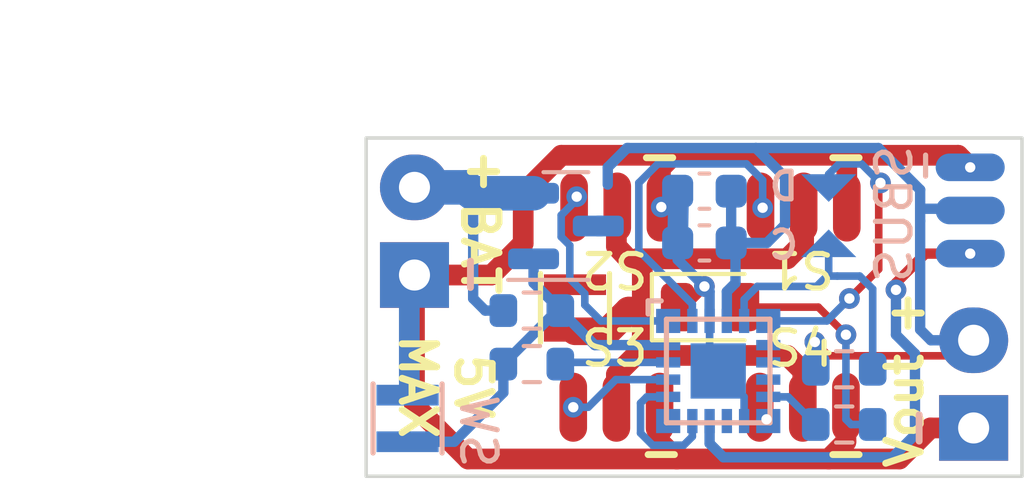
<source format=kicad_pcb>
(kicad_pcb (version 20211014) (generator pcbnew)
  (layers (0 "F.Cu" signal) (31 "B.Cu" signal) (34 "B.Paste" user) (35 "F.Paste" user) (36 "B.SilkS" user "B.Silkscreen") (37 "F.SilkS" user "F.Silkscreen") (38 "B.Mask" user) (39 "F.Mask" user) (44 "Edge.Cuts" user))
  (net 0 "")
  (net 1 "VBUS")
  (net 2 "GND")
  (net 3 "Net-(D1-Pad2)")
  (net 4 "/PWM1")
  (net 5 "/PWM2")
  (net 6 "/PWM3")
  (net 7 "/SBUS")
  (net 8 "+BATT")
  (net 9 "/MOSFET")
  (net 10 "/LED")
  (net 11 "/PWM4")
  (net 14 "/C2D")
  (net 15 "/C2CK")
  (net 16 "Net-(U1-Pad15)")
  (net 20 "/BUT_SENS")
  (net 21 "VDD")
  (footprint "KiCadCustomLibs:XFL2006-inductor" (layer "F.Cu") (at 128.05 120.925 -90)
    (fp_text reference "J9" hide)
    (fp_text value "DC/DC" hide)
    (fp_line (start 1 -1) (end -1 -1) (layer "F.SilkS") (width 0.15))
    (fp_line (start -1 1) (end 1 1) (layer "F.SilkS") (width 0.15))
    (pad "1" smd rect locked (at -0.675 0 270) (size 0.6 1.8) (layers "F.Cu" "F.Paste" "F.Mask") (net 21 "VDD"))
    (pad "2" smd rect locked (at 0.675 0 270) (size 0.6 1.8) (layers "F.Cu" "F.Paste" "F.Mask") (net 1 "VBUS"))
  )
  (footprint "KiCadCustomLibs:Conn_1x02_2.54_0.9mm" (layer "F.Cu") (at 139.6 124.4 180)
    (fp_text reference "J11" hide)
    (fp_text value "PWR" hide)
    (pad "1" thru_hole rect locked (at 0 0 180) (size 2 1.9) (drill 0.9) (layers *.Cu *.Mask) (net 2 "GND"))
    (pad "2" thru_hole oval locked (at 0 2.54 180) (size 2 1.9) (drill 0.9) (layers *.Cu *.Mask) (net 1 "VBUS"))
  )
  (footprint "KiCadCustomLibs:Pads_prog_3pin1.25mm" (layer "F.Cu") (at 134.675 123.8 180)
    (fp_text reference "J4" hide)
    (fp_text value "S4" (at 0.075 1.7) (layer "F.SilkS"))
    (pad "1" smd oval locked (at -1.225 0 180) (size 0.8 2) (layers "F.Cu" "F.Paste" "F.Mask") (net 2 "GND"))
    (pad "2" smd oval locked (at 0.025 0 180) (size 0.8 2) (layers "F.Cu" "F.Paste" "F.Mask") (net 1 "VBUS"))
    (pad "3" smd oval locked (at 1.275 0 180) (size 0.8 2) (layers "F.Cu" "F.Paste" "F.Mask") (net 11 "/PWM4"))
  )
  (footprint "KiCadCustomLibs:Conn_1x02_2.54_0.9mm" (layer "F.Cu") (at 123.4 119.97 180)
    (fp_text reference "J8" hide)
    (fp_text value "BAT" hide)
    (pad "1" thru_hole rect locked (at 0 0 180) (size 2 1.9) (drill 0.9) (layers *.Cu *.Mask) (net 2 "GND"))
    (pad "2" thru_hole oval locked (at 0 2.54 180) (size 2 1.9) (drill 0.9) (layers *.Cu *.Mask) (net 8 "+BATT"))
  )
  (footprint "LED_SMD:LED_0805_2012Metric" (layer "F.Cu") (at 131.9625 120.9)
    (fp_text reference "D1" hide)
    (fp_text value "LED" hide)
    (fp_line (start 1 -0.96) (end -1.685 -0.96) (layer "F.SilkS") (width 0.12))
    (fp_line (start -1.685 0.96) (end 1 0.96) (layer "F.SilkS") (width 0.12))
    (fp_line (start -1.685 -0.96) (end -1.685 0.96) (layer "F.SilkS") (width 0.12))
    (pad "1" smd roundrect (at -0.9375 0) (size 0.975 1.4) (layers "F.Cu" "F.Paste" "F.Mask") (net 2 "GND"))
    (pad "2" smd roundrect (at 0.9375 0) (size 0.975 1.4) (layers "F.Cu" "F.Paste" "F.Mask") (net 3 "Net-(D1-Pad2)"))
  )
  (footprint "KiCadCustomLibs:Pads_prog_3pin1.25mm" (layer "F.Cu") (at 134.7 118 180)
    (fp_text reference "J2" hide)
    (fp_text value "S1" (at 0.1 -1.8 180 unlocked) (layer "F.SilkS"))
    (pad "1" smd oval locked (at -1.225 0 180) (size 0.8 2) (layers "F.Cu" "F.Paste" "F.Mask") (net 2 "GND"))
    (pad "2" smd oval locked (at 0.025 0 180) (size 0.8 2) (layers "F.Cu" "F.Paste" "F.Mask") (net 1 "VBUS"))
    (pad "3" smd oval locked (at 1.275 0 180) (size 0.8 2) (layers "F.Cu" "F.Paste" "F.Mask") (net 4 "/PWM1"))
  )
  (footprint "KiCadCustomLibs:Pads_prog_3pin1.25mm" (layer "F.Cu") (at 129.275 123.8 180)
    (fp_text reference "J3" hide)
    (fp_text value "S3" (at 0.075 1.7 180) (layer "F.SilkS"))
    (pad "1" smd oval locked (at -1.225 0 180) (size 0.8 2) (layers "F.Cu" "F.Paste" "F.Mask") (net 2 "GND"))
    (pad "2" smd oval locked (at 0.025 0 180) (size 0.8 2) (layers "F.Cu" "F.Paste" "F.Mask") (net 1 "VBUS"))
    (pad "3" smd oval locked (at 1.275 0 180) (size 0.8 2) (layers "F.Cu" "F.Paste" "F.Mask") (net 6 "/PWM3"))
  )
  (footprint "KiCadCustomLibs:Pads_prog_3pin1.25mm" (layer "F.Cu") (at 129.3 118 180)
    (fp_text reference "J1" hide)
    (fp_text value "S2" (at 0.1 -1.8 180 unlocked) (layer "F.SilkS"))
    (pad "1" smd oval locked (at -1.225 0 180) (size 0.8 2) (layers "F.Cu" "F.Paste" "F.Mask") (net 2 "GND"))
    (pad "2" smd oval locked (at 0.025 0 180) (size 0.8 2) (layers "F.Cu" "F.Paste" "F.Mask") (net 1 "VBUS"))
    (pad "3" smd oval locked (at 1.275 0 180) (size 0.8 2) (layers "F.Cu" "F.Paste" "F.Mask") (net 5 "/PWM2"))
  )
  (footprint "Package_TO_SOT_SMD:SOT-23" (layer "B.Cu") (at 127.7875 118.55)
    (fp_text reference "Q1" hide)
    (fp_text value "AO3415" hide)
    (fp_line (start 0 -1.56) (end 0.65 -1.56) (layer "B.SilkS") (width 0.12))
    (fp_line (start 0 1.56) (end -1.675 1.56) (layer "B.SilkS") (width 0.12))
    (fp_line (start 0 1.56) (end 0.65 1.56) (layer "B.SilkS") (width 0.12))
    (fp_line (start 0 -1.56) (end -0.65 -1.56) (layer "B.SilkS") (width 0.12))
    (pad "1" smd roundrect (at -0.9375 0.95) (size 1.475 0.6) (layers "B.Cu" "B.Paste" "B.Mask") (net 20 "/BUT_SENS"))
    (pad "2" smd roundrect (at -0.9375 -0.95) (size 1.475 0.6) (layers "B.Cu" "B.Paste" "B.Mask") (net 8 "+BATT"))
    (pad "3" smd roundrect (at 0.9375 0) (size 1.475 0.6) (layers "B.Cu" "B.Paste" "B.Mask") (net 21 "VDD"))
  )
  (footprint "Resistor_SMD:R_0603_1608Metric" (layer "B.Cu") (at 126.8 122.55)
    (fp_text reference "R3" hide)
    (fp_text value "4.7K" hide)
    (fp_line (start -0.237258 -0.5225) (end 0.237258 -0.5225) (layer "B.SilkS") (width 0.12))
    (fp_line (start -0.237258 0.5225) (end 0.237258 0.5225) (layer "B.SilkS") (width 0.12))
    (pad "1" smd roundrect (at -0.825 0) (size 0.8 0.95) (layers "B.Cu" "B.Paste" "B.Mask") (net 20 "/BUT_SENS"))
    (pad "2" smd roundrect (at 0.825 0) (size 0.8 0.95) (layers "B.Cu" "B.Paste" "B.Mask") (net 9 "/MOSFET"))
  )
  (footprint "Capacitor_SMD:C_0603_1608Metric" (layer "B.Cu") (at 131.8 119.04 180)
    (fp_text reference "C2" hide)
    (fp_text value "10uf" hide)
    (fp_line (start -0.14058 0.51) (end 0.14058 0.51) (layer "B.SilkS") (width 0.12))
    (fp_line (start -0.14058 -0.51) (end 0.14058 -0.51) (layer "B.SilkS") (width 0.12))
    (pad "1" smd roundrect (at -0.775 0 180) (size 0.9 0.95) (layers "B.Cu" "B.Paste" "B.Mask") (net 1 "VBUS"))
    (pad "2" smd roundrect (at 0.775 0 180) (size 0.9 0.95) (layers "B.Cu" "B.Paste" "B.Mask") (net 2 "GND"))
  )
  (footprint "KiCadCustomLibs:RC_PAD_TRIANGLE" (layer "B.Cu") (at 135.4 119.05 180)
    (fp_text reference "J6" hide)
    (fp_text value "C2CK" hide)
    (pad "1" smd trapezoid locked (at 0 0 180) (size 0.8 0.8) (rect_delta 0 -0.799) (layers "B.Cu" "B.Paste" "B.Mask") (net 15 "/C2CK"))
  )
  (footprint "KiCadCustomLibs:XFL2006-inductor" (layer "B.Cu") (at 123.2 124.125 -90)
    (fp_text reference "J10" hide)
    (fp_text value "SW" (at 0.375 -2.05 -90 unlocked) (layer "B.SilkS") (effects (justify mirror)))
    (fp_line (start -1 -1) (end 1 -1) (layer "B.SilkS") (width 0.15))
    (fp_line (start 1 1) (end -1 1) (layer "B.SilkS") (width 0.15))
    (pad "1" smd rect locked (at -0.675 0 270) (size 0.6 1.8) (layers "B.Cu" "B.Paste" "B.Mask") (net 2 "GND"))
    (pad "2" smd rect locked (at 0.675 0 270) (size 0.6 1.8) (layers "B.Cu" "B.Paste" "B.Mask") (net 20 "/BUT_SENS"))
  )
  (footprint "KiCadCustomLibs:QFN20" (layer "B.Cu") (at 132.2 122.75)
    (fp_text reference "U1" hide)
    (fp_text value "EFM8BB51" hide)
    (fp_line (start -2.032 -2.032) (end -2.032 -1.651) (layer "B.SilkS") (width 0.15))
    (fp_line (start -1.651 -2.032) (end -2.032 -2.032) (layer "B.SilkS") (width 0.15))
    (fp_line (start 1.5 -1.5) (end 1.5 1.5) (layer "B.SilkS") (width 0.15))
    (fp_line (start -1.5 -1.5) (end 1.5 -1.5) (layer "B.SilkS") (width 0.15))
    (fp_line (start -1.5 1.5) (end -1.5 -1.5) (layer "B.SilkS") (width 0.15))
    (fp_line (start 1.5 1.5) (end -1.5 1.5) (layer "B.SilkS") (width 0.15))
    (pad "1" smd rect locked (at -1.45 -1.45) (size 0.7 0.7) (layers "B.Cu" "B.Paste" "B.Mask") (net 5 "/PWM2"))
    (pad "2" smd rect locked (at -0.75 -1.45) (size 0.3 0.7) (layers "B.Cu" "B.Paste" "B.Mask") (net 4 "/PWM1"))
    (pad "3" smd rect locked (at -0.25 -1.45) (size 0.3 0.7) (layers "B.Cu" "B.Paste" "B.Mask") (net 2 "GND"))
    (pad "4" smd rect locked (at 0.25 -1.45) (size 0.3 0.7) (layers "B.Cu" "B.Paste" "B.Mask") (net 1 "VBUS"))
    (pad "5" smd rect locked (at 0.75 -1.45) (size 0.3 0.7) (layers "B.Cu" "B.Paste" "B.Mask") (net 15 "/C2CK"))
    (pad "6" smd rect locked (at 1.45 -1.45) (size 0.7 0.7) (layers "B.Cu" "B.Paste" "B.Mask") (net 14 "/C2D"))
    (pad "7" smd rect locked (at 1.45 -0.75 270) (size 0.3 0.7) (layers "B.Cu" "B.Paste" "B.Mask"))
    (pad "8" smd rect locked (at 1.45 -0.25 270) (size 0.3 0.7) (layers "B.Cu" "B.Paste" "B.Mask"))
    (pad "9" smd rect locked (at 1.45 0.25 270) (size 0.3 0.7) (layers "B.Cu" "B.Paste" "B.Mask"))
    (pad "10" smd rect locked (at 1.45 0.75 270) (size 0.3 0.7) (layers "B.Cu" "B.Paste" "B.Mask") (net 10 "/LED"))
    (pad "11" smd rect locked (at 1.45 1.45) (size 0.7 0.7) (layers "B.Cu" "B.Paste" "B.Mask") (net 11 "/PWM4"))
    (pad "12" smd rect locked (at 0.75 1.45) (size 0.3 0.7) (layers "B.Cu" "B.Paste" "B.Mask") (net 2 "GND"))
    (pad "13" smd rect locked (at 0.25 1.45) (size 0.3 0.7) (layers "B.Cu" "B.Paste" "B.Mask"))
    (pad "14" smd rect locked (at -0.25 1.45) (size 0.3 0.7) (layers "B.Cu" "B.Paste" "B.Mask") (net 7 "/SBUS"))
    (pad "15" smd rect locked (at -0.75 1.45) (size 0.3 0.7) (layers "B.Cu" "B.Paste" "B.Mask") (net 16 "Net-(U1-Pad15)"))
    (pad "16" smd rect locked (at -1.45 1.45) (size 0.7 0.7) (layers "B.Cu" "B.Paste" "B.Mask"))
    (pad "17" smd rect locked (at -1.45 0.75 270) (size 0.3 0.7) (layers "B.Cu" "B.Paste" "B.Mask") (net 16 "Net-(U1-Pad15)"))
    (pad "18" smd rect locked (at -1.45 0.25 270) (size 0.3 0.7) (layers "B.Cu" "B.Paste" "B.Mask") (net 6 "/PWM3"))
    (pad "19" smd rect locked (at -1.45 -0.25 270) (size 0.3 0.7) (layers "B.Cu" "B.Paste" "B.Mask") (net 9 "/MOSFET"))
    (pad "20" smd rect locked (at -1.45 -0.75 270) (size 0.3 0.7) (layers "B.Cu" "B.Paste" "B.Mask") (net 20 "/BUT_SENS"))
    (pad "21" smd rect locked (at 0 0) (size 1.6 1.6) (layers "B.Cu" "B.Paste" "B.Mask") (net 2 "GND"))
  )
  (footprint "KiCadCustomLibs:Pads_prog_3pin1.25mm" (layer "B.Cu") (at 139.5 118.075 -90)
    (fp_text reference "J5" hide)
    (fp_text value "SBUS" (at 0.125 2.2 -90) (layer "B.SilkS") (effects (justify mirror)))
    (pad "1" smd oval locked (at -1.225 0 270) (size 0.8 2) (layers "B.Cu" "B.Paste" "B.Mask") (net 2 "GND"))
    (pad "2" smd oval locked (at 0.025 0 270) (size 0.8 2) (layers "B.Cu" "B.Paste" "B.Mask") (net 1 "VBUS"))
    (pad "3" smd oval locked (at 1.275 0 270) (size 0.8 2) (layers "B.Cu" "B.Paste" "B.Mask") (net 7 "/SBUS"))
  )
  (footprint "Resistor_SMD:R_0603_1608Metric" (layer "B.Cu") (at 135.85 122.7)
    (fp_text reference "R1" hide)
    (fp_text value "4.7K" hide)
    (fp_line (start -0.237258 -0.5225) (end 0.237258 -0.5225) (layer "B.SilkS") (width 0.12))
    (fp_line (start -0.237258 0.5225) (end 0.237258 0.5225) (layer "B.SilkS") (width 0.12))
    (pad "1" smd roundrect (at -0.825 0) (size 0.8 0.95) (layers "B.Cu" "B.Paste" "B.Mask") (net 1 "VBUS"))
    (pad "2" smd roundrect (at 0.825 0) (size 0.8 0.95) (layers "B.Cu" "B.Paste" "B.Mask") (net 15 "/C2CK"))
  )
  (footprint "Resistor_SMD:R_0603_1608Metric" (layer "B.Cu") (at 135.85 124.3)
    (fp_text reference "R4" hide)
    (fp_text value "560" hide)
    (fp_line (start -0.237258 -0.5225) (end 0.237258 -0.5225) (layer "B.SilkS") (width 0.12))
    (fp_line (start -0.237258 0.5225) (end 0.237258 0.5225) (layer "B.SilkS") (width 0.12))
    (pad "1" smd roundrect (at -0.825 0) (size 0.8 0.95) (layers "B.Cu" "B.Paste" "B.Mask") (net 10 "/LED"))
    (pad "2" smd roundrect (at 0.825 0) (size 0.8 0.95) (layers "B.Cu" "B.Paste" "B.Mask") (net 3 "Net-(D1-Pad2)"))
  )
  (footprint "Capacitor_SMD:C_0603_1608Metric" (layer "B.Cu") (at 131.8 117.54 180)
    (fp_text reference "C1" hide)
    (fp_text value "100n" hide)
    (fp_line (start -0.14058 0.51) (end 0.14058 0.51) (layer "B.SilkS") (width 0.12))
    (fp_line (start -0.14058 -0.51) (end 0.14058 -0.51) (layer "B.SilkS") (width 0.12))
    (pad "1" smd roundrect (at -0.775 0 180) (size 0.9 0.95) (layers "B.Cu" "B.Paste" "B.Mask") (net 1 "VBUS"))
    (pad "2" smd roundrect (at 0.775 0 180) (size 0.9 0.95) (layers "B.Cu" "B.Paste" "B.Mask") (net 2 "GND"))
  )
  (footprint "KiCadCustomLibs:RC_PAD_TRIANGLE" (layer "B.Cu") (at 135.4 117.45)
    (fp_text reference "J7" hide)
    (fp_text value "C2D" hide)
    (pad "1" smd trapezoid locked (at 0 0) (size 0.8 0.8) (rect_delta 0 -0.799) (layers "B.Cu" "B.Paste" "B.Mask") (net 14 "/C2D"))
  )
  (footprint "Resistor_SMD:R_0603_1608Metric" (layer "B.Cu") (at 126.8 121)
    (fp_text reference "R2" hide)
    (fp_text value "100K" hide)
    (fp_line (start -0.237258 0.5225) (end 0.237258 0.5225) (layer "B.SilkS") (width 0.12))
    (fp_line (start -0.237258 -0.5225) (end 0.237258 -0.5225) (layer "B.SilkS") (width 0.12))
    (pad "1" smd roundrect (at -0.825 0) (size 0.8 0.95) (layers "B.Cu" "B.Paste" "B.Mask") (net 8 "+BATT"))
    (pad "2" smd roundrect (at 0.825 0) (size 0.8 0.95) (layers "B.Cu" "B.Paste" "B.Mask") (net 20 "/BUT_SENS"))
  )
  (gr_rect (start 122 116) (end 141 125.8) (layer "Edge.Cuts") (width 0.1) (fill none))
  (gr_text "-" (at 137.95 124.4 90) (layer "B.SilkS") (effects (font (size 1 1) (thickness 0.2))))
  (gr_text "-" (at 124.95 119.95 90) (layer "B.SilkS") (effects (font (size 1 1) (thickness 0.2))))
  (gr_text "C" (at 134.1 119.1) (layer "B.SilkS") (effects (font (size 0.8 0.8)) (justify mirror)))
  (gr_text "-" (at 138.15 116.8 90) (layer "B.SilkS") (effects (font (size 0.8 0.8)) (justify mirror)))
  (gr_text "D" (at 134.1 117.4) (layer "B.SilkS") (effects (font (size 0.8 0.8)) (justify mirror)))
  (gr_text "-" (at 130.5 116.5) (layer "F.SilkS") (effects (font (size 1 1) (thickness 0.2))))
  (gr_text "BAT" (at 125.3 119.2 270) (layer "F.SilkS") (effects (font (size 1 1) (thickness 0.2))))
  (gr_text "Vout" (at 137.6 123.9 90) (layer "F.SilkS") (effects (font (size 1 1) (thickness 0.2))))
  (gr_text "-" (at 135.9 116.5) (layer "F.SilkS") (effects (font (size 1 1) (thickness 0.2))))
  (gr_text "5V\nMAX" (at 124.3 123.2 270) (layer "F.SilkS") (effects (font (size 1 1) (thickness 0.2))))
  (gr_text "+" (at 125.4 116.9) (layer "F.SilkS") (effects (font (size 1 1) (thickness 0.2))))
  (gr_text "-" (at 130.55 125.1) (layer "F.SilkS") (effects (font (size 1 1) (thickness 0.2))))
  (gr_text "-" (at 135.9 125.1) (layer "F.SilkS") (effects (font (size 1 1) (thickness 0.2))))
  (gr_text "+" (at 137.7 121) (layer "F.SilkS") (effects (font (size 1 1) (thickness 0.2))))
  (segment (start 129.8 122.3) (end 130 122.1) (width 0.6) (layer "F.Cu") (net 1))
  (segment (start 135 121.9095) (end 135.400011 122.309511) (width 0.22) (layer "F.Cu") (net 1))
  (segment (start 139.150489 122.309511) (end 139.6 121.86) (width 0.22) (layer "F.Cu") (net 1))
  (segment (start 128.05 121.6) (end 129 121.6) (width 0.8) (layer "F.Cu") (net 1))
  (segment (start 129.6 121) (end 129.93798 121) (width 0.8) (layer "F.Cu") (net 1))
  (segment (start 129.25 119.1375) (end 129.25 118.1) (width 0.6) (layer "F.Cu") (net 1))
  (segment (start 130 119.661779) (end 129.837741 119.49952) (width 0.6) (layer "F.Cu") (net 1))
  (segment (start 134.20048 119.49952) (end 134.675 119.025) (width 0.6) (layer "F.Cu") (net 1))
  (segment (start 134.2 122.3) (end 134.65 122.75) (width 0.6) (layer "F.Cu") (net 1))
  (segment (start 129.8 122.3) (end 134.2 122.3) (width 0.6) (layer "F.Cu") (net 1))
  (segment (start 129.837741 119.49952) (end 134.20048 119.49952) (width 0.6) (layer "F.Cu") (net 1))
  (segment (start 129 121.6) (end 129.6 121) (width 0.8) (layer "F.Cu") (net 1))
  (segment (start 129.25 122.85) (end 129.8 122.3) (width 0.6) (layer "F.Cu") (net 1))
  (segment (start 130 122.1) (end 130 119.661779) (width 0.6) (layer "F.Cu") (net 1))
  (segment (start 135.400011 122.309511) (end 139.150489 122.309511) (width 0.22) (layer "F.Cu") (net 1))
  (segment (start 134.65 122.75) (end 134.65 123.8) (width 0.6) (layer "F.Cu") (net 1))
  (segment (start 129.25 123.8) (end 129.25 122.85) (width 0.6) (layer "F.Cu") (net 1))
  (segment (start 134.675 119.025) (end 134.675 118) (width 0.6) (layer "F.Cu") (net 1))
  (segment (start 129.587741 119.49952) (end 129.25 119.1375) (width 0.6) (layer "F.Cu") (net 1))
  (via (at 135 121.9095) (size 0.6) (drill 0.3) (layers "F.Cu" "B.Cu") (net 1))
  (segment (start 135.025 121.9345) (end 135 121.9095) (width 0.22) (layer "B.Cu") (net 1))
  (segment (start 132.575 119.04) (end 132.7 119.165) (width 0.3) (layer "B.Cu") (net 1))
  (segment (start 132.7 120.2) (end 132.45 120.45) (width 0.3) (layer "B.Cu") (net 1))
  (segment (start 132.575 117.54) (end 132.575 119.04) (width 0.3) (layer "B.Cu") (net 1))
  (segment (start 134.136281 118.513719) (end 133.61 119.04) (width 0.3) (layer "B.Cu") (net 1))
  (segment (start 138.36 121.86) (end 139.6 121.86) (width 0.3) (layer "B.Cu") (net 1))
  (segment (start 135.025 122.7) (end 135.025 121.9345) (width 0.22) (layer "B.Cu") (net 1))
  (segment (start 132.45 120.45) (end 132.45 121.3) (width 0.3) (layer "B.Cu") (net 1))
  (segment (start 136.84048 116.29048) (end 138.05 117.5) (width 0.3) (layer "B.Cu") (net 1))
  (segment (start 129.6 116.29048) (end 133.29034 116.29048) (width 0.3) (layer "B.Cu") (net 1))
  (segment (start 134.136281 117.136421) (end 134.136281 117.913719) (width 0.3) (layer "B.Cu") (net 1))
  (segment (start 134.136281 117.913719) (end 134.136281 118.513719) (width 0.3) (layer "B.Cu") (net 1))
  (segment (start 138.05 117.5) (end 138.05 118.4) (width 0.3) (layer "B.Cu") (net 1))
  (segment (start 139.5 118.05) (end 138.05 118.05) (width 0.3) (layer "B.Cu") (net 1))
  (segment (start 129 116.85) (end 129.55952 116.29048) (width 0.3) (layer "B.Cu") (net 1))
  (segment (start 133.29034 116.29048) (end 136.84048 116.29048) (width 0.3) (layer "B.Cu") (net 1))
  (segment (start 133.61 119.04) (end 132.575 119.04) (width 0.3) (layer "B.Cu") (net 1))
  (segment (start 138.05 121.55) (end 138.36 121.86) (width 0.3) (layer "B.Cu") (net 1))
  (segment (start 133.29034 116.29048) (end 134.136281 117.136421) (width 0.3) (layer "B.Cu") (net 1))
  (segment (start 129.55952 116.29048) (end 129.60952 116.29048) (width 0.3) (layer "B.Cu") (net 1))
  (segment (start 138.05 118.4) (end 138.05 121.55) (width 0.3) (layer "B.Cu") (net 1))
  (segment (start 132.7 119.165) (end 132.7 120.2) (width 0.3) (layer "B.Cu") (net 1))
  (segment (start 129 117.35) (end 129 116.85) (width 0.3) (layer "B.Cu") (net 1))
  (segment (start 131.19952 120.9) (end 131.025 120.9) (width 0.3) (layer "F.Cu") (net 2))
  (segment (start 124.94952 125.29952) (end 130.99952 125.29952) (width 0.6) (layer "F.Cu") (net 2))
  (segment (start 123.4 119.97) (end 123.4 123.75) (width 0.6) (layer "F.Cu") (net 2))
  (segment (start 123.4 119.97) (end 125.63 119.97) (width 0.6) (layer "F.Cu") (net 2))
  (segment (start 126.55 117.602887) (end 127.652887 116.5) (width 0.6) (layer "F.Cu") (net 2))
  (segment (start 130.99952 125.29952) (end 135.40048 125.29952) (width 0.6) (layer "F.Cu") (net 2))
  (segment (start 127.652887 116.5) (end 130.9 116.5) (width 0.6) (layer "F.Cu") (net 2))
  (segment (start 139.5 116.85) (end 139.15 116.5) (width 0.6) (layer "F.Cu") (net 2))
  (segment (start 130.525 118) (end 130.525 116.875) (width 0.6) (layer "F.Cu") (net 2))
  (segment (start 126.55 119.05) (end 126.55 117.602887) (width 0.6) (layer "F.Cu") (net 2))
  (segment (start 125.63 119.97) (end 126.55 119.05) (width 0.6) (layer "F.Cu") (net 2))
  (segment (start 130.5 123.8) (end 130.5 124.8) (width 0.6) (layer "F.Cu") (net 2))
  (segment (start 130.5 124.8) (end 130.99952 125.29952) (width 0.6) (layer "F.Cu") (net 2))
  (segment (start 135.925 116.825) (end 135.925 118) (width 0.6) (layer "F.Cu") (net 2))
  (segment (start 130.525 116.875) (end 130.9 116.5) (width 0.6) (layer "F.Cu") (net 2))
  (segment (start 135.6 116.5) (end 135.925 116.825) (width 0.6) (layer "F.Cu") (net 2))
  (segment (start 123.4 123.75) (end 124.94952 125.29952) (width 0.6) (layer "F.Cu") (net 2))
  (segment (start 139.6 124.4) (end 138.35 124.4) (width 0.6) (layer "F.Cu") (net 2))
  (segment (start 131.8 120.3) (end 131.19952 120.9) (width 0.3) (layer "F.Cu") (net 2))
  (segment (start 130.9 116.5) (end 135.6 116.5) (width 0.6) (layer "F.Cu") (net 2))
  (segment (start 137.45048 125.29952) (end 135.40048 125.29952) (width 0.6) (layer "F.Cu") (net 2))
  (segment (start 135.40048 125.29952) (end 135.9 124.8) (width 0.6) (layer "F.Cu") (net 2))
  (segment (start 139.15 116.5) (end 135.6 116.5) (width 0.6) (layer "F.Cu") (net 2))
  (segment (start 138.35 124.4) (end 137.45048 125.29952) (width 0.6) (layer "F.Cu") (net 2))
  (segment (start 135.9 124.8) (end 135.9 123.8) (width 0.6) (layer "F.Cu") (net 2))
  (via (at 130.55 118) (size 0.6) (drill 0.3) (layers "F.Cu" "B.Cu") (net 2))
  (via (at 139.5 116.85) (size 0.6) (drill 0.3) (layers "F.Cu" "B.Cu") (net 2))
  (via (at 131.8 120.3) (size 0.6) (drill 0.3) (layers "F.Cu" "B.Cu") (net 2))
  (segment (start 131.05 117.65) (end 130.625 118.075) (width 0.3) (layer "B.Cu") (net 2))
  (segment (start 131.025 117.54) (end 131.01 117.54) (width 0.3) (layer "B.Cu") (net 2))
  (segment (start 131.025 119.04) (end 131.05 117.65) (width 0.6) (layer "B.Cu") (net 2))
  (segment (start 123.25 123.4) (end 123.2 123.45) (width 0.6) (layer "B.Cu") (net 2))
  (segment (start 131.95 121.3) (end 131.95 122.5) (width 0.22) (layer "B.Cu") (net 2))
  (segment (start 131.025 119.52352) (end 131.025 119.04) (width 0.3) (layer "B.Cu") (net 2))
  (segment (start 130.625 118.075) (end 130.55 118) (width 0.3) (layer "B.Cu") (net 2))
  (segment (start 131.95 122.5) (end 132.2 122.75) (width 0.22) (layer "B.Cu") (net 2))
  (segment (start 131.8 120.3) (end 131.625 120.12352) (width 0.3) (layer "B.Cu") (net 2))
  (segment (start 131.95 120.45) (end 131.8 120.3) (width 0.3) (layer "B.Cu") (net 2))
  (segment (start 131.95 121.3) (end 131.95 120.45) (width 0.3) (layer "B.Cu") (net 2))
  (segment (start 132.95 123.5) (end 132.2 122.75) (width 0.22) (layer "B.Cu") (net 2))
  (segment (start 132.95 124.2) (end 132.95 123.5) (width 0.22) (layer "B.Cu") (net 2))
  (segment (start 123.25 120.12) (end 123.25 123.4) (width 0.6) (layer "B.Cu") (net 2))
  (segment (start 131.625 120.12352) (end 131.025 119.52352) (width 0.3) (layer "B.Cu") (net 2))
  (segment (start 131.01 117.54) (end 130.55 118) (width 0.3) (layer "B.Cu") (net 2))
  (segment (start 123.4 119.97) (end 123.25 120.12) (width 0.6) (layer "B.Cu") (net 2))
  (segment (start 135.1 120.9) (end 132.9 120.9) (width 0.22) (layer "F.Cu") (net 3))
  (segment (start 135.9 121.7) (end 135.1 120.9) (width 0.22) (layer "F.Cu") (net 3))
  (via (at 135.9 121.7) (size 0.6) (drill 0.3) (layers "F.Cu" "B.Cu") (net 3))
  (segment (start 135.9 124.15) (end 135.9 121.7) (width 0.22) (layer "B.Cu") (net 3))
  (segment (start 136.05 124.3) (end 135.9 124.15) (width 0.22) (layer "B.Cu") (net 3))
  (segment (start 136.675 124.3) (end 136.05 124.3) (width 0.22) (layer "B.Cu") (net 3))
  (via (at 133.48677 118.020755) (size 0.6) (drill 0.3) (layers "F.Cu" "B.Cu") (net 4))
  (segment (start 129.9 119.26198) (end 129.9 117.3) (width 0.22) (layer "B.Cu") (net 4))
  (segment (start 131.45 120.81198) (end 129.9 119.26198) (width 0.22) (layer "B.Cu") (net 4))
  (segment (start 129.9 117.3) (end 130.45 116.75) (width 0.22) (layer "B.Cu") (net 4))
  (segment (start 133.48677 117.220845) (end 133.48677 118.020755) (width 0.22) (layer "B.Cu") (net 4))
  (segment (start 133.015925 116.75) (end 133.48677 117.220845) (width 0.22) (layer "B.Cu") (net 4))
  (segment (start 131.45 121.3) (end 131.45 120.81198) (width 0.22) (layer "B.Cu") (net 4))
  (segment (start 130.45 116.75) (end 133.015925 116.75) (width 0.22) (layer "B.Cu") (net 4))
  (via (at 128.1 117.7) (size 0.6) (drill 0.3) (layers "F.Cu" "B.Cu") (net 5))
  (segment (start 128.33452 120.83452) (end 128.8 121.3) (width 0.22) (layer "B.Cu") (net 5))
  (segment (start 128.1 117.7) (end 128.1 117.787641) (width 0.22) (layer "B.Cu") (net 5))
  (segment (start 127.65 118.862359) (end 127.9 119.112359) (width 0.22) (layer "B.Cu") (net 5))
  (segment (start 127.9 119.112359) (end 127.9 120.07943) (width 0.22) (layer "B.Cu") (net 5))
  (segment (start 127.65 118.237641) (end 127.65 118.862359) (width 0.22) (layer "B.Cu") (net 5))
  (segment (start 127.9 120.07943) (end 128.33452 120.51395) (width 0.22) (layer "B.Cu") (net 5))
  (segment (start 128.33452 120.51395) (end 128.33452 120.83452) (width 0.22) (layer "B.Cu") (net 5))
  (segment (start 128.8 121.3) (end 130.75 121.3) (width 0.22) (layer "B.Cu") (net 5))
  (segment (start 128.1 117.787641) (end 127.65 118.237641) (width 0.22) (layer "B.Cu") (net 5))
  (via (at 128 123.8) (size 0.6) (drill 0.3) (layers "F.Cu" "B.Cu") (net 6))
  (segment (start 128 123.8) (end 128.433333 123.8) (width 0.22) (layer "B.Cu") (net 6))
  (segment (start 129.233333 123) (end 130.75 123) (width 0.22) (layer "B.Cu") (net 6))
  (segment (start 128.433333 123.8) (end 129.233333 123) (width 0.22) (layer "B.Cu") (net 6))
  (segment (start 137.35 120.4) (end 137.35 120.2) (width 0.3) (layer "F.Cu") (net 7))
  (segment (start 138.2 119.35) (end 139.5 119.35) (width 0.3) (layer "F.Cu") (net 7))
  (segment (start 137.35 120.2) (end 138.2 119.35) (width 0.3) (layer "F.Cu") (net 7))
  (via (at 137.35 120.4) (size 0.6) (drill 0.3) (layers "F.Cu" "B.Cu") (net 7))
  (via (at 139.5 119.35) (size 0.6) (drill 0.3) (layers "F.Cu" "B.Cu") (net 7))
  (segment (start 131.95 124.2) (end 131.95 124.85) (width 0.3) (layer "B.Cu") (net 7))
  (segment (start 132.35 125.25) (end 137.25 125.25) (width 0.3) (layer "B.Cu") (net 7))
  (segment (start 131.95 124.85) (end 132.35 125.25) (width 0.3) (layer "B.Cu") (net 7))
  (segment (start 137.35 121.7) (end 137.35 120.4) (width 0.3) (layer "B.Cu") (net 7))
  (segment (start 137.9 124.6) (end 137.9 122.25) (width 0.3) (layer "B.Cu") (net 7))
  (segment (start 137.9 122.25) (end 137.35 121.7) (width 0.3) (layer "B.Cu") (net 7))
  (segment (start 137.25 125.25) (end 137.9 124.6) (width 0.3) (layer "B.Cu") (net 7))
  (segment (start 125.1 117.6) (end 124.88 117.43) (width 1) (layer "B.Cu") (net 8))
  (segment (start 125.1 120.65) (end 125.45 121) (width 0.3) (layer "B.Cu") (net 8))
  (segment (start 124.88 117.43) (end 123.4 117.43) (width 1) (layer "B.Cu") (net 8))
  (segment (start 126.85 117.6) (end 125.25 117.6) (width 1) (layer "B.Cu") (net 8))
  (segment (start 125.1 117.6) (end 125.1 120.65) (width 0.3) (layer "B.Cu") (net 8))
  (segment (start 125.45 121) (end 125.975 121) (width 0.3) (layer "B.Cu") (net 8))
  (segment (start 123.57 117.6) (end 123.4 117.43) (width 1) (layer "B.Cu") (net 8))
  (segment (start 127.675 122.5) (end 130.75 122.5) (width 0.22) (layer "B.Cu") (net 9))
  (segment (start 127.625 122.55) (end 127.675 122.5) (width 0.22) (layer "B.Cu") (net 9))
  (segment (start 134.225 123.5) (end 135.025 124.3) (width 0.22) (layer "B.Cu") (net 10))
  (segment (start 133.65 123.5) (end 134.225 123.5) (width 0.22) (layer "B.Cu") (net 10))
  (segment (start 133.4 123.95) (end 133.599502 124.149502) (width 0.22) (layer "F.Cu") (net 11))
  (segment (start 133.4 123.8) (end 133.4 123.95) (width 0.22) (layer "F.Cu") (net 11))
  (via (at 133.599502 124.149502) (size 0.6) (drill 0.3) (layers "F.Cu" "B.Cu") (net 11))
  (segment (start 133.65 124.2) (end 133.599502 124.149502) (width 0.22) (layer "B.Cu") (net 11))
  (segment (start 136.85 117.35) (end 136.85 119.8) (width 0.22) (layer "F.Cu") (net 14))
  (segment (start 136.9 117.3) (end 136.85 117.35) (width 0.22) (layer "F.Cu") (net 14))
  (segment (start 136.85 119.8) (end 136 120.65) (width 0.22) (layer "F.Cu") (net 14))
  (via (at 136.9 117.3) (size 0.6) (drill 0.3) (layers "F.Cu" "B.Cu") (net 14))
  (via (at 136 120.65) (size 0.6) (drill 0.3) (layers "F.Cu" "B.Cu") (net 14))
  (segment (start 135.4 117.05) (end 135.7 116.75) (width 0.22) (layer "B.Cu") (net 14))
  (segment (start 135.7 116.75) (end 136.35 116.75) (width 0.22) (layer "B.Cu") (net 14))
  (segment (start 135.35 121.3) (end 133.65 121.3) (width 0.22) (layer "B.Cu") (net 14))
  (segment (start 136 120.65) (end 135.35 121.3) (width 0.22) (layer "B.Cu") (net 14))
  (segment (start 135.4 117.45) (end 135.4 117.05) (width 0.22) (layer "B.Cu") (net 14))
  (segment (start 136.35 116.75) (end 136.9 117.3) (width 0.22) (layer "B.Cu") (net 14))
  (segment (start 132.95 120.680978) (end 133.330978 120.3) (width 0.22) (layer "B.Cu") (net 15))
  (segment (start 136.675 122.7) (end 136.675 120.375) (width 0.22) (layer "B.Cu") (net 15))
  (segment (start 135.35 120) (end 135.65 120) (width 0.22) (layer "B.Cu") (net 15))
  (segment (start 132.95 121.3) (end 132.95 120.680978) (width 0.22) (layer "B.Cu") (net 15))
  (segment (start 136.675 120.375) (end 136.3 120) (width 0.22) (layer "B.Cu") (net 15))
  (segment (start 135.05 120.3) (end 135.35 120) (width 0.22) (layer "B.Cu") (net 15))
  (segment (start 135.4 120) (end 135.4 119.05) (width 0.22) (layer "B.Cu") (net 15))
  (segment (start 133.330978 120.3) (end 135.05 120.3) (width 0.22) (layer "B.Cu") (net 15))
  (segment (start 136.3 120) (end 135.65 120) (width 0.22) (layer "B.Cu") (net 15))
  (segment (start 130.75 123.5) (end 130.130978 123.5) (width 0.22) (layer "B.Cu") (net 16))
  (segment (start 129.95 124.55) (end 130.3 124.9) (width 0.22) (layer "B.Cu") (net 16))
  (segment (start 130.3 124.9) (end 131.2 124.9) (width 0.22) (layer "B.Cu") (net 16))
  (segment (start 131.45 124.65) (end 131.45 124.2) (width 0.22) (layer "B.Cu") (net 16))
  (segment (start 131.2 124.9) (end 131.45 124.65) (width 0.22) (layer "B.Cu") (net 16))
  (segment (start 129.95 123.680978) (end 129.95 124.55) (width 0.22) (layer "B.Cu") (net 16))
  (segment (start 130.130978 123.5) (end 129.95 123.680978) (width 0.22) (layer "B.Cu") (net 16))
  (segment (start 127.525 121) (end 125.975 122.55) (width 0.3) (layer "B.Cu") (net 20))
  (segment (start 123.2 124.8) (end 124.55 124.8) (width 0.3) (layer "B.Cu") (net 20))
  (segment (start 128.625 122) (end 127.625 121) (width 0.3) (layer "B.Cu") (net 20))
  (segment (start 127.625 121) (end 127.525 121) (width 0.3) (layer "B.Cu") (net 20))
  (segment (start 127.625 120.975) (end 126.85 120.2) (width 0.3) (layer "B.Cu") (net 20))
  (segment (start 127.625 121) (end 127.625 120.975) (width 0.3) (layer "B.Cu") (net 20))
  (segment (start 125.975 123.375) (end 125.975 122.55) (width 0.3) (layer "B.Cu") (net 20))
  (segment (start 130.75 122) (end 128.625 122) (width 0.3) (layer "B.Cu") (net 20))
  (segment (start 126.85 120.2) (end 126.85 119.5) (width 0.3) (layer "B.Cu") (net 20))
  (segment (start 124.55 124.8) (end 125.975 123.375) (width 0.3) (layer "B.Cu") (net 20))
  (segment (start 128.8 118.55) (end 128.725 118.55) (width 0.6) (layer "B.Cu") (net 21))
)
</source>
